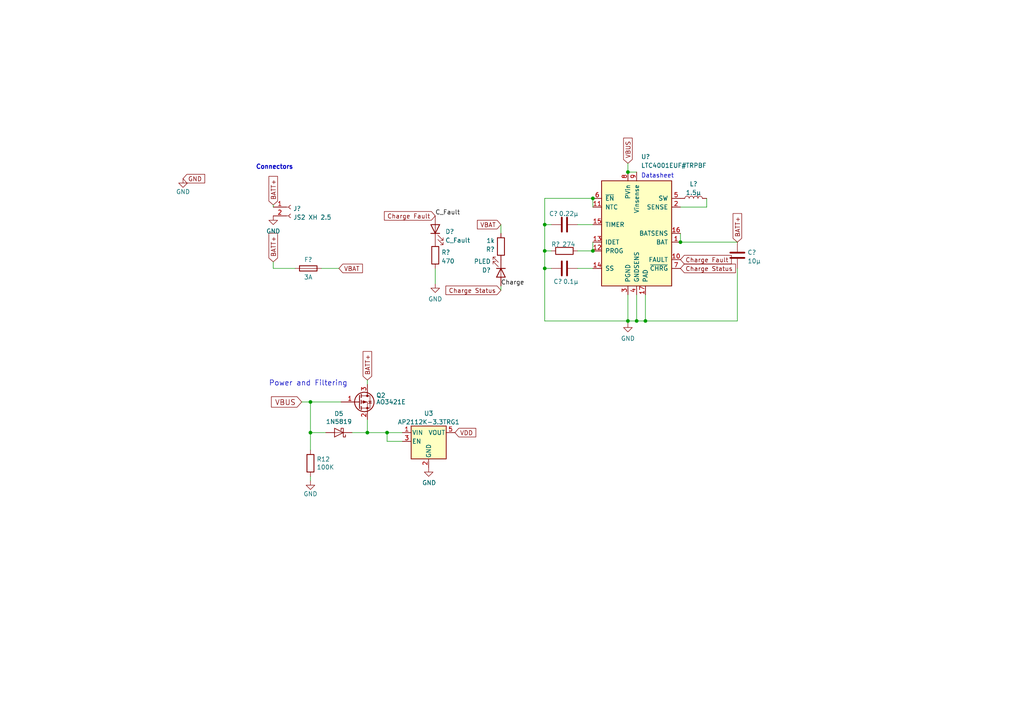
<source format=kicad_sch>
(kicad_sch (version 20230121) (generator eeschema)
  (paper "A4")
  (lib_symbols
    (symbol "Battery_Management:LTC4001" (pin_names (offset 1.016))
      (property "Reference" "U" (at -8.89 16.51 0))
      (property "Value" "LTC4001" (at 6.35 16.51 0))
      (symbol "LTC4001_0_1"
        (rectangle (start -10.16 15.24) (end 10.16 -15.24) (stroke (width 0.254)) (fill (type background)))
      )
      (symbol "LTC4001_1_1"
        (pin output line (at 12.7 -2.54 180) (length 2.54) (name "BAT") (number "1"))
        (pin output line (at 12.7 -7.62 180) (length 2.54) (name "FAULT") (number "10"))
        (pin input line (at -12.7 7.62 0) (length 2.54) (name "NTC") (number "11"))
        (pin input line (at -12.7 -5.08 0) (length 2.54) (name "PROG") (number "12"))
        (pin input line (at -12.7 -2.54 0) (length 2.54) (name "IDET") (number "13"))
        (pin input line (at -12.7 -10.16 0) (length 2.54) (name "SS") (number "14"))
        (pin input line (at -12.7 2.54 0) (length 2.54) (name "TIMER") (number "15"))
        (pin input line (at 12.7 0 180) (length 2.54) (name "BATSENS") (number "16"))
        (pin power_in line (at 2.54 -17.78 90) (length 2.54) (name "PAD") (number "17"))
        (pin input line (at 12.7 7.62 180) (length 2.54) (name "SENSE") (number "2"))
        (pin power_in line (at -2.54 -17.78 90) (length 2.54) (name "PGND") (number "3"))
        (pin power_in line (at 0 -17.78 90) (length 2.54) (name "GNDSENS") (number "4"))
        (pin output line (at 12.7 10.16 180) (length 2.54) (name "SW") (number "5"))
        (pin input line (at -12.7 10.16 0) (length 2.54) (name "~{EN}") (number "6"))
        (pin open_collector line (at 12.7 -10.16 180) (length 2.54) (name "~{CHRG}") (number "7"))
        (pin power_in line (at -2.54 17.78 270) (length 2.54) (name "PVin") (number "8"))
        (pin power_in line (at 0 17.78 270) (length 2.54) (name "Vinsense") (number "9"))
      )
    )
    (symbol "Connector:Conn_01x02_Female" (pin_names (offset 1.016) hide)
      (property "Reference" "J" (at 0 2.54 0))
      (property "Value" "Conn_01x02_Female" (at 0 -5.08 0))
      (symbol "Conn_01x02_Female_1_1"
        (arc (start 0 -2.032) (mid -0.5058 -2.54) (end 0 -3.048) (stroke (width 0.1524)))
        (polyline (pts (xy -1.27 -2.54) (xy -0.508 -2.54)) (stroke (width 0.1524)))
        (polyline (pts (xy -1.27 0) (xy -0.508 0)) (stroke (width 0.1524)))
        (arc (start 0 0.508) (mid -0.5058 0) (end 0 -0.508) (stroke (width 0.1524)))
        (pin passive line (at -5.08 0 0) (length 3.81) (name "Pin_1") (number "1"))
        (pin passive line (at -5.08 -2.54 0) (length 3.81) (name "Pin_2") (number "2"))
      )
    )
    (symbol "Device:C" (pin_numbers hide) (pin_names (offset 0.254))
      (property "Reference" "C" (at 0.635 2.54 0))
      (property "Value" "C" (at 0.635 -2.54 0))
      (symbol "C_0_1"
        (polyline (pts (xy -2.032 -0.762) (xy 2.032 -0.762)) (stroke (width 0.508)))
        (polyline (pts (xy -2.032 0.762) (xy 2.032 0.762)) (stroke (width 0.508)))
      )
      (symbol "C_1_1"
        (pin passive line (at 0 3.81 270) (length 2.794) (name "~") (number "1"))
        (pin passive line (at 0 -3.81 90) (length 2.794) (name "~") (number "2"))
      )
    )
    (symbol "Device:Fuse" (pin_numbers hide) (pin_names (offset 0))
      (property "Reference" "F" (at 2.032 0 90))
      (property "Value" "Fuse" (at -1.905 0 90))
      (symbol "Fuse_0_1"
        (rectangle (start -0.762 -2.54) (end 0.762 2.54) (stroke (width 0.254)))
        (polyline (pts (xy 0 2.54) (xy 0 -2.54)))
      )
      (symbol "Fuse_1_1"
        (pin passive line (at 0 3.81 270) (length 1.27) (name "~") (number "1"))
        (pin passive line (at 0 -3.81 90) (length 1.27) (name "~") (number "2"))
      )
    )
    (symbol "Device:L" (pin_numbers hide) (pin_names (offset 1.016) hide)
      (property "Reference" "L" (at -1.27 0 90))
      (property "Value" "L" (at 1.905 0 90))
      (symbol "L_0_1"
        (arc (start 0 -2.54) (mid 0.6323 -1.905) (end 0 -1.27))
        (arc (start 0 -1.27) (mid 0.6323 -0.635) (end 0 0))
        (arc (start 0 0) (mid 0.6323 0.635) (end 0 1.27))
        (arc (start 0 1.27) (mid 0.6323 1.905) (end 0 2.54))
      )
      (symbol "L_1_1"
        (pin passive line (at 0 3.81 270) (length 1.27) (name "1") (number "1"))
        (pin passive line (at 0 -3.81 90) (length 1.27) (name "2") (number "2"))
      )
    )
    (symbol "Device:LED" (pin_numbers hide) (pin_names (offset 1.016) hide)
      (property "Reference" "D" (at 0 2.54 0))
      (property "Value" "LED" (at 0 -2.54 0))
      (symbol "LED_0_1"
        (polyline (pts (xy -1.27 -1.27) (xy -1.27 1.27)) (stroke (width 0.254)))
        (polyline (pts (xy -1.27 0) (xy 1.27 0)))
        (polyline (pts (xy 1.27 -1.27) (xy 1.27 1.27) (xy -1.27 0) (xy 1.27 -1.27)) (stroke (width 0.254)))
        (polyline (pts (xy -3.048 -0.762) (xy -4.572 -2.286) (xy -3.81 -2.286) (xy -4.572 -2.286) (xy -4.572 -1.524)))
        (polyline (pts (xy -1.778 -0.762) (xy -3.302 -2.286) (xy -2.54 -2.286) (xy -3.302 -2.286) (xy -3.302 -1.524)))
      )
      (symbol "LED_1_1"
        (pin passive line (at -3.81 0 0) (length 2.54) (name "K") (number "1"))
        (pin passive line (at 3.81 0 180) (length 2.54) (name "A") (number "2"))
      )
    )
    (symbol "Device:R" (pin_numbers hide) (pin_names (offset 0))
      (property "Reference" "R" (at 2.032 0 90))
      (property "Value" "R" (at 0 0 90))
      (symbol "R_0_1"
        (rectangle (start -1.016 -2.54) (end 1.016 2.54) (stroke (width 0.254)))
      )
      (symbol "R_1_1"
        (pin passive line (at 0 3.81 270) (length 1.27) (name "~") (number "1"))
        (pin passive line (at 0 -3.81 90) (length 1.27) (name "~") (number "2"))
      )
    )
    (symbol "Regulator_Linear:AP2112K-3.3" (pin_names (offset 0.254))
      (property "Reference" "U" (at -5.08 5.715 0))
      (property "Value" "AP2112K-3.3" (at 0 5.715 0))
      (symbol "AP2112K-3.3_0_1"
        (rectangle (start -5.08 4.445) (end 5.08 -5.08) (stroke (width 0.254)) (fill (type background)))
      )
      (symbol "AP2112K-3.3_1_1"
        (pin power_in line (at -7.62 2.54 0) (length 2.54) (name "VIN") (number "1"))
        (pin power_in line (at 0 -7.62 90) (length 2.54) (name "GND") (number "2"))
        (pin input line (at -7.62 0 0) (length 2.54) (name "EN") (number "3"))
        (pin no_connect line (at 5.08 0 180) (length 2.54) hide (name "NC") (number "4"))
        (pin power_out line (at 7.62 2.54 180) (length 2.54) (name "VOUT") (number "5"))
      )
    )
    (symbol "nrfmicro-rescue:BSS83P" (pin_names (offset 0) hide)
      (property "Reference" "Q" (at 5.08 1.905 0))
      (property "Value" "BSS83P" (at 5.08 0 0))
      (symbol "BSS83P_0_1"
        (polyline (pts (xy 0 0) (xy 0.254 0)))
        (polyline (pts (xy 0.762 -1.778) (xy 2.54 -1.778)))
        (polyline (pts (xy 0.762 -1.27) (xy 0.762 -2.286)) (stroke (width 0.254)))
        (polyline (pts (xy 0.762 0) (xy 2.54 0)))
        (polyline (pts (xy 0.762 0.508) (xy 0.762 -0.508)) (stroke (width 0.254)))
        (polyline (pts (xy 0.762 1.778) (xy 2.54 1.778)))
        (polyline (pts (xy 0.762 2.286) (xy 0.762 1.27)) (stroke (width 0.254)))
        (polyline (pts (xy 2.54 -1.778) (xy 2.54 -2.54)))
        (polyline (pts (xy 2.54 -1.778) (xy 2.54 0)))
        (polyline (pts (xy 2.54 2.54) (xy 2.54 1.778)))
        (polyline (pts (xy 0.254 1.905) (xy 0.254 -1.905) (xy 0.254 -1.905)) (stroke (width 0.254)))
        (polyline (pts (xy 2.286 0) (xy 1.27 -0.381) (xy 1.27 0.381) (xy 2.286 0)) (fill (type outline)))
        (polyline (pts (xy 2.54 -1.778) (xy 3.302 -1.778) (xy 3.302 1.778) (xy 2.54 1.778)))
        (polyline (pts (xy 2.794 -0.508) (xy 2.921 -0.381) (xy 3.683 -0.381) (xy 3.81 -0.254)))
        (polyline (pts (xy 3.302 -0.381) (xy 2.921 0.254) (xy 3.683 0.254) (xy 3.302 -0.381)))
        (circle (center 1.651 0) (radius 2.8194) (stroke (width 0.254)))
        (circle (center 2.54 -1.778) (radius 0.2794) (fill (type outline)))
        (circle (center 2.54 1.778) (radius 0.2794) (fill (type outline)))
      )
      (symbol "BSS83P_1_1"
        (pin input line (at -5.08 0 0) (length 5.08) (name "G") (number "1"))
        (pin passive line (at 2.54 -5.08 90) (length 2.54) (name "S") (number "2"))
        (pin passive line (at 2.54 5.08 270) (length 2.54) (name "D") (number "3"))
      )
    )
    (symbol "nrfmicro-rescue:GND" (power) (pin_names (offset 0))
      (property "Value" "GND" (at 0 -3.81 0))
      (symbol "GND_0_1"
        (polyline (pts (xy 0 0) (xy 0 -1.27) (xy 1.27 -1.27) (xy 0 -2.54) (xy -1.27 -1.27) (xy 0 -1.27)))
      )
      (symbol "GND_1_1"
        (pin power_in line (at 0 0 270) (length 0) hide (name "GND") (number "1"))
      )
    )
    (symbol "nrfmicro-rescue:MBR0520" (pin_numbers hide) (pin_names (offset 1.016) hide)
      (property "Reference" "D" (at 0 2.54 0))
      (property "Value" "MBR0520" (at 0 -2.54 0))
      (symbol "MBR0520_0_1"
        (polyline (pts (xy 1.27 0) (xy -1.27 0)))
        (polyline (pts (xy 1.27 1.27) (xy 1.27 -1.27) (xy -1.27 0) (xy 1.27 1.27)) (stroke (width 0.2032)))
        (polyline (pts (xy -1.905 0.635) (xy -1.905 1.27) (xy -1.27 1.27) (xy -1.27 -1.27) (xy -0.635 -1.27) (xy -0.635 -0.635)) (stroke (width 0.2032)))
      )
      (symbol "MBR0520_1_1"
        (pin passive line (at -3.81 0 0) (length 2.54) (name "K") (number "1"))
        (pin passive line (at 3.81 0 180) (length 2.54) (name "A") (number "2"))
      )
    )
    (symbol "nrfmicro-rescue:R" (pin_numbers hide) (pin_names (offset 0))
      (property "Reference" "R" (at 2.032 0 90))
      (property "Value" "R" (at 0 0 90))
      (symbol "R_0_1"
        (rectangle (start -1.016 -2.54) (end 1.016 2.54) (stroke (width 0.254)))
      )
      (symbol "R_1_1"
        (pin passive line (at 0 3.81 270) (length 1.27) (name "~") (number "1"))
        (pin passive line (at 0 -3.81 90) (length 1.27) (name "~") (number "2"))
      )
    )
    (symbol "power:GND" (power) (pin_names (offset 0))
      (property "Value" "GND" (at 0 -3.81 0))
      (symbol "GND_0_1"
        (polyline (pts (xy 0 0) (xy 0 -1.27) (xy 1.27 -1.27) (xy 0 -2.54) (xy -1.27 -1.27) (xy 0 -1.27)))
      )
      (symbol "GND_1_1"
        (pin power_in line (at 0 0 270) (length 0) hide (name "GND") (number "1"))
      )
    )
  )
  (junction (at 197.358 70.231))
  (junction (at 184.658 93.091))
  (junction (at 106.553 125.476))
  (junction (at 157.988 72.771))
  (junction (at 182.118 49.911))
  (junction (at 187.198 93.091))
  (junction (at 157.988 65.151))
  (junction (at 157.988 77.851))
  (junction (at 182.118 93.091))
  (junction (at 90.043 125.476))
  (junction (at 171.958 72.771))
  (junction (at 112.268 125.476))
  (junction (at 90.043 116.586))
  (junction (at 171.958 57.531))
  (wire (pts (xy 145.288 67.691) (xy 145.288 65.151)))
  (wire (pts (xy 197.358 70.231) (xy 213.868 70.231)))
  (wire (pts (xy 90.043 125.476) (xy 94.488 125.476)))
  (wire (pts (xy 159.893 72.771) (xy 157.988 72.771)))
  (wire (pts (xy 184.658 85.471) (xy 184.658 93.091)))
  (wire (pts (xy 79.248 77.851) (xy 85.598 77.851)))
  (wire (pts (xy 182.118 93.726) (xy 182.118 93.091)))
  (wire (pts (xy 90.043 116.586) (xy 98.933 116.586)))
  (wire (pts (xy 90.043 116.586) (xy 90.043 125.476)))
  (wire (pts (xy 93.218 77.851) (xy 98.298 77.851)))
  (wire (pts (xy 213.868 77.851) (xy 213.868 93.091)))
  (wire (pts (xy 197.358 60.071) (xy 204.978 60.071)))
  (wire (pts (xy 167.513 72.771) (xy 171.958 72.771)))
  (wire (pts (xy 171.958 70.231) (xy 171.958 72.771)))
  (wire (pts (xy 90.043 138.176) (xy 90.043 139.446)))
  (wire (pts (xy 157.988 57.531) (xy 171.958 57.531)))
  (wire (pts (xy 157.988 57.531) (xy 157.988 65.151)))
  (wire (pts (xy 90.043 116.586) (xy 87.503 116.586)))
  (wire (pts (xy 157.988 93.091) (xy 157.988 77.851)))
  (wire (pts (xy 171.958 57.531) (xy 171.958 60.071)))
  (wire (pts (xy 145.288 84.201) (xy 145.288 82.931)))
  (wire (pts (xy 182.118 47.371) (xy 182.118 49.911)))
  (wire (pts (xy 182.118 93.091) (xy 184.658 93.091)))
  (wire (pts (xy 79.248 75.946) (xy 79.248 77.851)))
  (wire (pts (xy 79.248 59.436) (xy 79.248 60.071)))
  (wire (pts (xy 187.198 85.471) (xy 187.198 93.091)))
  (wire (pts (xy 159.893 77.851) (xy 157.988 77.851)))
  (wire (pts (xy 112.268 128.016) (xy 112.268 125.476)))
  (wire (pts (xy 157.988 72.771) (xy 157.988 77.851)))
  (wire (pts (xy 102.108 125.476) (xy 106.553 125.476)))
  (wire (pts (xy 184.658 93.091) (xy 187.198 93.091)))
  (wire (pts (xy 167.513 65.151) (xy 171.958 65.151)))
  (wire (pts (xy 182.118 93.091) (xy 182.118 85.471)))
  (wire (pts (xy 187.198 93.091) (xy 213.868 93.091)))
  (wire (pts (xy 106.553 110.236) (xy 106.553 111.506)))
  (wire (pts (xy 204.978 60.071) (xy 204.978 57.531)))
  (wire (pts (xy 112.268 125.476) (xy 116.713 125.476)))
  (wire (pts (xy 182.118 93.091) (xy 157.988 93.091)))
  (wire (pts (xy 167.513 77.851) (xy 171.958 77.851)))
  (wire (pts (xy 126.238 82.296) (xy 126.238 77.851)))
  (wire (pts (xy 159.893 65.151) (xy 157.988 65.151)))
  (wire (pts (xy 197.358 67.691) (xy 197.358 70.231)))
  (wire (pts (xy 116.713 128.016) (xy 112.268 128.016)))
  (wire (pts (xy 106.553 121.666) (xy 106.553 125.476)))
  (wire (pts (xy 182.118 49.911) (xy 184.658 49.911)))
  (wire (pts (xy 90.043 125.476) (xy 90.043 130.556)))
  (wire (pts (xy 106.553 125.476) (xy 112.268 125.476)))
  (wire (pts (xy 157.988 65.151) (xy 157.988 72.771)))
  (text "Power and Filtering" (at 77.978 112.141 0) (effects (font (size 1.524 1.524)) (justify left bottom)))
  (text "Connectors" (at 74.168 49.276 0) (effects (font (size 1.27 1.27) (thickness 0.254) bold) (justify left bottom)))
  (text "Datasheet" (at 185.928 51.816 0) (effects (font (size 1.27 1.27)) (justify left bottom)))
  (label "C_Fault" (at 126.238 62.611 0))
  (label "Charge" (at 145.288 82.931 0))
  (global_label "BATT+" (shape input) (at 79.248 75.946 90) (property "Intersheetrefs" "${INTERSHEET_REFS}" (effects hide)))
  (global_label "Charge Fault" (shape input) (at 126.238 62.611 180) (property "Intersheetrefs" "${INTERSHEET_REFS}" (effects hide)))
  (global_label "Charge Status" (shape input) (at 145.288 84.201 180) (property "Intersheetrefs" "${INTERSHEET_REFS}" (effects hide)))
  (global_label "VDD" (shape input) (at 131.953 125.476 0) (property "Intersheetrefs" "${INTERSHEET_REFS}" (effects hide)))
  (global_label "Charge Fault" (shape input) (at 197.358 75.311 0) (property "Intersheetrefs" "${INTERSHEET_REFS}" (effects hide)))
  (global_label "VBAT" (shape input) (at 145.288 65.151 180) (property "Intersheetrefs" "${INTERSHEET_REFS}" (effects hide)))
  (global_label "GND" (shape input) (at 53.086 51.816 0) (property "Intersheetrefs" "${INTERSHEET_REFS}" (effects hide)))
  (global_label "VBAT" (shape input) (at 98.298 77.851 0) (property "Intersheetrefs" "${INTERSHEET_REFS}" (effects hide)))
  (global_label "Charge Status" (shape input) (at 197.358 77.851 0) (property "Intersheetrefs" "${INTERSHEET_REFS}" (effects hide)))
  (global_label "VBUS" (shape input) (at 182.118 47.371 90) (property "Intersheetrefs" "${INTERSHEET_REFS}" (effects hide)))
  (global_label "BATT+" (shape input) (at 106.553 110.236 90) (property "Intersheetrefs" "${INTERSHEET_REFS}" (effects hide)))
  (global_label "BATT+" (shape input) (at 213.868 70.231 90) (property "Intersheetrefs" "${INTERSHEET_REFS}" (effects hide)))
  (global_label "VBUS" (shape input) (at 87.503 116.586 180) (effects (font (size 1.524 1.524))) (property "Intersheetrefs" "${INTERSHEET_REFS}" (effects hide)))
  (global_label "BATT+" (shape input) (at 79.248 59.436 90) (property "Intersheetrefs" "${INTERSHEET_REFS}" (effects hide)))
  (symbol (lib_id "Device:C") (at 163.703 65.151 90) (unit 1)
    (property "Reference" "C?" (at 160.528 61.976 90))
    (property "Value" "0.22µ" (at 164.973 61.976 90))
    (property "Footprint" "Capacitor_SMD:C_0603_1608Metric_Pad1.08x0.95mm_HandSolder" (effects hide))
    (instances (project "EBS_Main" (path "" (reference "C?") (unit 1))) (project "DisplayU_Sisterboard" (path "" (reference "C12") (unit 1))) (project "SenseU_Mainboard" (path "" (reference "C2") (unit 1))))
  )
  (symbol (lib_id "Regulator_Linear:AP2112K-3.3") (at 124.333 128.016 0) (unit 1)
    (property "Reference" "U3" (at 124.333 119.9068 0))
    (property "Value" "AP2112K-3.3TRG1\n" (at 124.333 122.412 0))
    (property "Footprint" "Package_TO_SOT_SMD:SOT-23-5" (effects hide))
    (property "Datasheet" "https://www.diodes.com/assets/Datasheets/AP2112.pdf" (effects hide))
    (instances (project "DisplayU_Sisterboard" (path "" (reference "U3") (unit 1))) (project "SenseU_Mainboard" (path "" (reference "U1") (unit 1))) (project "nrfmicro" (path "" (reference "U2") (unit 1))))
  )
  (symbol (lib_id "power:GND") (at 126.238 82.296 0) (unit 1)
    (property "Reference" "#PWR?" (effects hide))
    (property "Value" "GND" (at 126.238 86.7394 0))
    (instances (project "EBS_Main" (path "" (reference "#PWR?") (unit 1))) (project "DisplayU_Sisterboard" (path "" (reference "#PWR044") (unit 1))) (project "SenseU_Mainboard" (path "" (reference "#PWR08") (unit 1))))
  )
  (symbol (lib_id "Device:R") (at 126.238 74.041 0) (unit 1)
    (property "Reference" "R?" (at 128.016 73.2063 0) (effects (justify left)))
    (property "Value" "470" (at 128.016 75.7432 0) (effects (justify left)))
    (property "Footprint" "Resistor_SMD:R_0603_1608Metric" (effects hide))
    (instances (project "EBS_Main" (path "" (reference "R?") (unit 1))) (project "DisplayU_Sisterboard" (path "" (reference "R10") (unit 1))) (project "SenseU_Mainboard" (path "" (reference "R4") (unit 1))))
  )
  (symbol (lib_id "Battery_Management:LTC4001") (at 184.658 67.691 0) (unit 1)
    (property "Reference" "U?" (at 185.928 45.4691 0) (effects (justify left)))
    (property "Value" "LTC4001EUF#TRPBF\n" (at 185.928 48.006 0) (effects (justify left)))
    (property "Footprint" "Package_DFN_QFN:QFN-16-1EP_4x4mm_P0.65mm_EP2.15x2.15mm" (effects hide))
    (property "Datasheet" "https://www.analog.com/media/en/technical-documentation/data-sheets/4001f.pdf" (effects hide))
    (property "Description" "IC BATT CHG LI-ION 1CELL 16QFN" (effects hide))
    (property "Link" "https://www.digikey.be/nl/products/detail/analog-devices-inc/LTC4001EUF-TRPBF/1620763" (effects hide))
    (property "MPN" "LTC4001EUF#TRPBF" (effects hide))
    (instances (project "EBS_Main" (path "" (reference "U?") (unit 1))) (project "DisplayU_Sisterboard" (path "" (reference "U4") (unit 1))) (project "SenseU_Mainboard" (path "" (reference "U2") (unit 1))))
  )
  (symbol (lib_id "power:GND") (at 79.248 62.611 0) (unit 1)
    (property "Reference" "#PWR?" (effects hide))
    (property "Value" "GND" (at 79.248 67.0544 0))
    (instances (project "EBS_Main" (path "" (reference "#PWR?") (unit 1))) (project "DisplayU_Sisterboard" (path "" (reference "#PWR034") (unit 1))) (project "SenseU_Mainboard" (path "" (reference "#PWR05") (unit 1))))
  )
  (symbol (lib_id "nrfmicro-rescue:R") (at 90.043 134.366 0) (unit 1)
    (property "Reference" "R12" (at 91.821 133.1976 0) (effects (justify left)))
    (property "Value" "100K" (at 91.821 135.509 0) (effects (justify left)))
    (property "Footprint" "Resistor_SMD:R_0603_1608Metric" (effects hide))
    (instances (project "DisplayU_Sisterboard" (path "" (reference "R12") (unit 1))) (project "SenseU_Mainboard" (path "" (reference "R3") (unit 1))) (project "nrfmicro" (path "" (reference "R1") (unit 1))))
  )
  (symbol (lib_id "Device:Fuse") (at 89.408 77.851 90) (unit 1)
    (property "Reference" "F?" (at 89.408 75.311 90))
    (property "Value" "3A" (at 89.408 80.391 90))
    (property "Footprint" "Fuse:Fuse_0603_1608Metric" (effects hide))
    (instances (project "EBS_Main" (path "" (reference "F?") (unit 1))) (project "DisplayU_Sisterboard" (path "" (reference "F5") (unit 1))) (project "SenseU_Mainboard" (path "" (reference "F1") (unit 1))))
  )
  (symbol (lib_id "Device:L") (at 201.168 57.531 90) (unit 1)
    (property "Reference" "L?" (at 201.168 53.3614 90))
    (property "Value" "1.5µ" (at 201.168 55.8666 90))
    (property "Footprint" "Inductor_SMD:L_1210_3225Metric" (effects hide))
    (instances (project "EBS_Main" (path "" (reference "L?") (unit 1))) (project "DisplayU_Sisterboard" (path "" (reference "L5") (unit 1))) (project "SenseU_Mainboard" (path "" (reference "L1") (unit 1))))
  )
  (symbol (lib_id "nrfmicro-rescue:BSS83P") (at 104.013 116.586 0) (unit 1)
    (property "Reference" "Q2" (at 109.093 114.681 0) (effects (justify left)))
    (property "Value" "AO3421E\n" (at 109.093 116.586 0) (effects (justify left)))
    (property "Footprint" "Package_TO_SOT_SMD:SOT-23" (effects hide))
    (instances (project "DisplayU_Sisterboard" (path "" (reference "Q2") (unit 1))) (project "SenseU_Mainboard" (path "" (reference "Q1") (unit 1))) (project "nrfmicro" (path "" (reference "Q1") (unit 1))))
  )
  (symbol (lib_id "nrfmicro-rescue:MBR0520") (at 98.298 125.476 180) (unit 1)
    (property "Reference" "D5" (at 98.298 119.9896 0))
    (property "Value" "1N5819" (at 98.298 122.301 0))
    (property "Footprint" "Diode_SMD:D_SOD-323F" (effects hide))
    (instances (project "DisplayU_Sisterboard" (path "" (reference "D5") (unit 1))) (project "SenseU_Mainboard" (path "" (reference "D2") (unit 1))) (project "nrfmicro" (path "" (reference "D1") (unit 1))))
  )
  (symbol (lib_id "power:GND") (at 182.118 93.726 0) (unit 1)
    (property "Reference" "#PWR?" (effects hide))
    (property "Value" "GND" (at 182.118 98.1694 0))
    (instances (project "EBS_Main" (path "" (reference "#PWR?") (unit 1))) (project "DisplayU_Sisterboard" (path "" (reference "#PWR055") (unit 1))) (project "SenseU_Mainboard" (path "" (reference "#PWR09") (unit 1))))
  )
  (symbol (lib_id "Device:C") (at 213.868 74.041 0) (unit 1)
    (property "Reference" "C?" (at 216.789 73.2162 0) (effects (justify left)))
    (property "Value" "10µ" (at 216.789 75.7214 0) (effects (justify left)))
    (property "Footprint" "Capacitor_SMD:C_0603_1608Metric_Pad1.08x0.95mm_HandSolder" (effects hide))
    (instances (project "EBS_Main" (path "" (reference "C?") (unit 1))) (project "DisplayU_Sisterboard" (path "" (reference "C14") (unit 1))) (project "SenseU_Mainboard" (path "" (reference "C4") (unit 1))))
  )
  (symbol (lib_id "nrfmicro-rescue:GND") (at 124.333 135.636 0) (unit 1)
    (property "Reference" "#PWR023" (effects hide))
    (property "Value" "GND" (at 124.46 140.0302 0))
    (instances (project "DisplayU_Sisterboard" (path "" (reference "#PWR023") (unit 1))) (project "SenseU_Mainboard" (path "" (reference "#PWR07") (unit 1))) (project "nrfmicro" (path "" (reference "#PWR0119") (unit 1))))
  )
  (symbol (lib_id "power:GND") (at 53.086 51.816 0) (unit 1)
    (property "Reference" "#PWR024" (effects hide))
    (property "Value" "GND" (at 53.086 55.626 0))
    (instances (project "DisplayU_Sisterboard" (path "" (reference "#PWR024") (unit 1)) (path "" (reference "#PWR026") (unit 1)) (path "" (reference "#PWR05") (unit 1))) (project "SenseU_Mainboard" (path "" (reference "#PWR010") (unit 1))))
  )
  (symbol (lib_id "Device:LED") (at 145.288 79.121 270) (unit 1)
    (property "Reference" "D?" (at 142.367 78.3682 90) (effects (justify right)))
    (property "Value" "PLED" (at 142.367 75.8313 90) (effects (justify right)))
    (property "Footprint" "LED_SMD:LED_0603_1608Metric" (effects hide))
    (instances (project "EBS_Main" (path "" (reference "D?") (unit 1))) (project "DisplayU_Sisterboard" (path "" (reference "D12") (unit 1))) (project "SenseU_Mainboard" (path "" (reference "D4") (unit 1))))
  )
  (symbol (lib_id "Device:LED") (at 126.238 66.421 90) (unit 1)
    (property "Reference" "D?" (at 129.159 67.1738 90) (effects (justify right)))
    (property "Value" "C_Fault" (at 129.159 69.7107 90) (effects (justify right)))
    (property "Footprint" "LED_SMD:LED_0603_1608Metric" (effects hide))
    (instances (project "EBS_Main" (path "" (reference "D?") (unit 1))) (project "DisplayU_Sisterboard" (path "" (reference "D10") (unit 1))) (project "SenseU_Mainboard" (path "" (reference "D3") (unit 1))))
  )
  (symbol (lib_id "Device:R") (at 163.703 72.771 270) (unit 1)
    (property "Reference" "R?" (at 161.163 70.866 90))
    (property "Value" "274" (at 164.973 70.866 90))
    (property "Footprint" "Resistor_SMD:R_0603_1608Metric" (effects hide))
    (instances (project "EBS_Main" (path "" (reference "R?") (unit 1))) (project "DisplayU_Sisterboard" (path "" (reference "R14") (unit 1))) (project "SenseU_Mainboard" (path "" (reference "R6") (unit 1))))
  )
  (symbol (lib_id "Device:C") (at 163.703 77.851 90) (unit 1)
    (property "Reference" "C?" (at 161.798 81.661 90))
    (property "Value" "0.1µ" (at 165.608 81.661 90))
    (property "Footprint" "Capacitor_SMD:C_0603_1608Metric_Pad1.08x0.95mm_HandSolder" (effects hide))
    (instances (project "EBS_Main" (path "" (reference "C?") (unit 1))) (project "DisplayU_Sisterboard" (path "" (reference "C13") (unit 1))) (project "SenseU_Mainboard" (path "" (reference "C3") (unit 1))))
  )
  (symbol (lib_id "Device:R") (at 145.288 71.501 180) (unit 1)
    (property "Reference" "R?" (at 143.51 72.3357 0) (effects (justify left)))
    (property "Value" "1k" (at 143.51 69.7988 0) (effects (justify left)))
    (property "Footprint" "Resistor_SMD:R_0603_1608Metric" (effects hide))
    (instances (project "EBS_Main" (path "" (reference "R?") (unit 1))) (project "DisplayU_Sisterboard" (path "" (reference "R13") (unit 1))) (project "SenseU_Mainboard" (path "" (reference "R5") (unit 1))))
  )
  (symbol (lib_id "Connector:Conn_01x02_Female") (at 84.328 60.071 0) (unit 1)
    (property "Reference" "J?" (at 85.0392 60.5063 0) (effects (justify left)))
    (property "Value" "JS2 XH 2.5" (at 85.0392 63.0432 0) (effects (justify left)))
    (property "Footprint" "Connector_JST:JST_PH_S2B-PH-SM4-TB_1x02-1MP_P2.00mm_Horizontal" (effects hide))
    (instances (project "EBS_Main" (path "" (reference "J?") (unit 1))) (project "DisplayU_Sisterboard" (path "" (reference "J1") (unit 1))) (project "SenseU_Mainboard" (path "" (reference "J2") (unit 1))))
  )
  (symbol (lib_id "nrfmicro-rescue:GND") (at 90.043 139.446 0) (unit 1)
    (property "Reference" "#PWR04" (effects hide))
    (property "Value" "GND" (at 90.043 143.256 0))
    (instances (project "DisplayU_Sisterboard" (path "" (reference "#PWR04") (unit 1))) (project "SenseU_Mainboard" (path "" (reference "#PWR06") (unit 1))) (project "nrfmicro" (path "" (reference "#PWR017") (unit 1))))
  )
)
</source>
